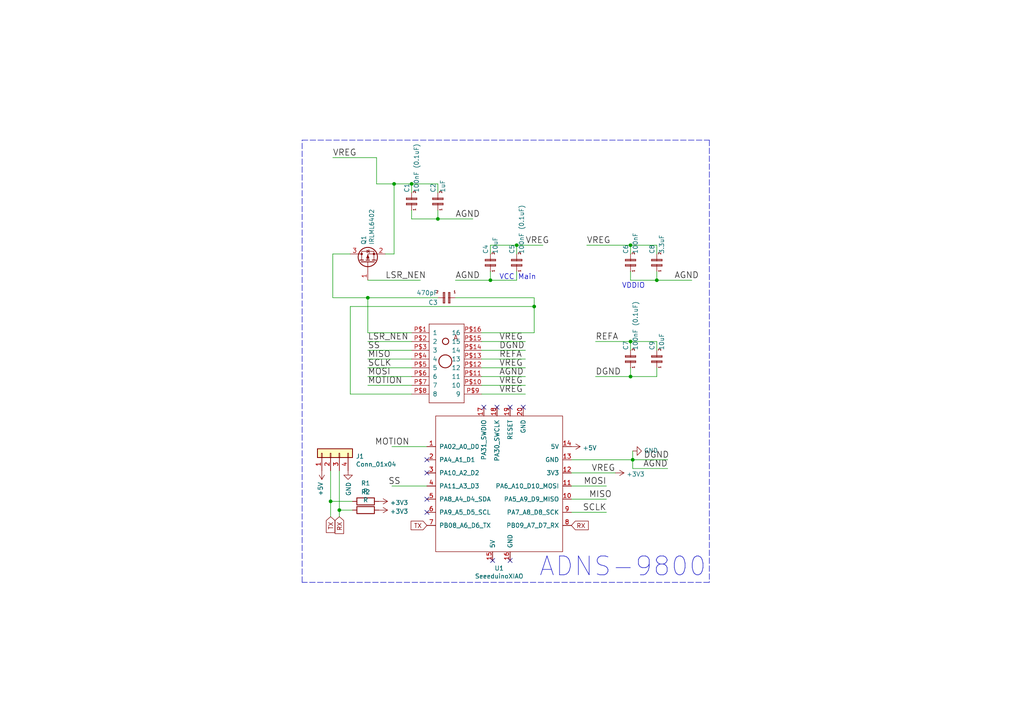
<source format=kicad_sch>
(kicad_sch (version 20211123) (generator eeschema)
  (paper "A4")
  (lib_symbols
    (symbol "ADNS-9800-eagle-import:AVAGO_ADNS-9500" (pin_names (offset 1.016))
      (symbol "AVAGO_ADNS-9500_1_0"
        (polyline (pts (xy -2.54 0) (xy -2.54 10.16)))
        (polyline (pts (xy -2.54 10.16) (xy 20.32 10.16)))
        (polyline (pts (xy 20.32 0) (xy -2.54 0)))
        (polyline (pts (xy 20.32 10.16) (xy 20.32 0)))
        (circle (center 2.4892 4.7752) (radius 0.9144) (stroke (width 0.254)))
        (circle (center 8.2804 4.699) (radius 1.8796) (stroke (width 0.254)))
        (text "A" (at 2.286 6.985 900) (effects (font (size 1.4986 1.4986)) (justify left bottom)))
        (pin bidirectional line (at 0 -5.08 90) (length 5.08) (name "1") (number "P$1"))
        (pin bidirectional line (at 15.24 15.24 270) (length 5.08) (name "10") (number "P$10"))
        (pin bidirectional line (at 12.7 15.24 270) (length 5.08) (name "11") (number "P$11"))
        (pin bidirectional line (at 10.16 15.24 270) (length 5.08) (name "12") (number "P$12"))
        (pin bidirectional line (at 7.62 15.24 270) (length 5.08) (name "13") (number "P$13"))
        (pin bidirectional line (at 5.08 15.24 270) (length 5.08) (name "14") (number "P$14"))
        (pin bidirectional line (at 2.54 15.24 270) (length 5.08) (name "15") (number "P$15"))
        (pin bidirectional line (at 0 15.24 270) (length 5.08) (name "16") (number "P$16"))
        (pin bidirectional line (at 2.54 -5.08 90) (length 5.08) (name "2") (number "P$2"))
        (pin bidirectional line (at 5.08 -5.08 90) (length 5.08) (name "3") (number "P$3"))
        (pin bidirectional line (at 7.62 -5.08 90) (length 5.08) (name "4") (number "P$4"))
        (pin bidirectional line (at 10.16 -5.08 90) (length 5.08) (name "5") (number "P$5"))
        (pin bidirectional line (at 12.7 -5.08 90) (length 5.08) (name "6") (number "P$6"))
        (pin bidirectional line (at 15.24 -5.08 90) (length 5.08) (name "7") (number "P$7"))
        (pin bidirectional line (at 17.78 -5.08 90) (length 5.08) (name "8") (number "P$8"))
        (pin bidirectional line (at 17.78 15.24 270) (length 5.08) (name "9") (number "P$9"))
      )
    )
    (symbol "ADNS-9800-eagle-import:C0603" (pin_names (offset 1.016))
      (property "Reference" "C" (at 2.54 0.635 0))
      (property "Value" "C0603" (at 2.54 -2.159 0))
      (symbol "C0603_1_0"
        (polyline (pts (xy -2.54 0) (xy -0.508 0)))
        (polyline (pts (xy -1.016 -1.524) (xy -0.762 -1.524)))
        (polyline (pts (xy -1.016 1.524) (xy -1.016 -1.524)))
        (polyline (pts (xy -0.762 -1.524) (xy -0.762 1.524)))
        (polyline (pts (xy -0.762 -1.524) (xy -0.508 -1.524)))
        (polyline (pts (xy -0.762 1.524) (xy -1.016 1.524)))
        (polyline (pts (xy -0.508 1.524) (xy -0.762 1.524)))
        (polyline (pts (xy -0.508 1.524) (xy -0.508 -1.524)))
        (polyline (pts (xy 0.508 -1.524) (xy 0.762 -1.524)))
        (polyline (pts (xy 0.508 0) (xy 0.508 -1.524)))
        (polyline (pts (xy 0.508 1.524) (xy 0.508 0)))
        (polyline (pts (xy 0.762 -1.524) (xy 1.016 -1.524)))
        (polyline (pts (xy 0.762 1.524) (xy 0.508 1.524)))
        (polyline (pts (xy 0.762 1.524) (xy 0.762 -1.524)))
        (polyline (pts (xy 1.016 -1.524) (xy 1.016 1.524)))
        (polyline (pts (xy 1.016 1.524) (xy 0.762 1.524)))
        (polyline (pts (xy 2.54 0) (xy 0.508 0)))
        (text "1" (at -2.794 -1.27 0) (effects (font (size 0.7112 0.7112)) (justify left bottom)))
        (text "2" (at 2.286 -1.27 0) (effects (font (size 0.7112 0.7112)) (justify left bottom)))
        (pin passive line (at -2.54 0 0) (length 0) (name "1") (number "1"))
        (pin passive line (at 2.54 0 180) (length 0) (name "2") (number "2"))
      )
    )
    (symbol "Connector_Generic:Conn_01x04" (pin_names (offset 1.016) hide)
      (property "Reference" "J" (at 0 5.08 0))
      (property "Value" "Conn_01x04" (at 0 -7.62 0))
      (symbol "Conn_01x04_1_1"
        (rectangle (start -1.27 -4.953) (end 0 -5.207) (stroke (width 0.1524)))
        (rectangle (start -1.27 -2.413) (end 0 -2.667) (stroke (width 0.1524)))
        (rectangle (start -1.27 0.127) (end 0 -0.127) (stroke (width 0.1524)))
        (rectangle (start -1.27 2.667) (end 0 2.413) (stroke (width 0.1524)))
        (rectangle (start -1.27 3.81) (end 1.27 -6.35) (stroke (width 0.254)) (fill (type background)))
        (pin passive line (at -5.08 2.54 0) (length 3.81) (name "Pin_1") (number "1"))
        (pin passive line (at -5.08 0 0) (length 3.81) (name "Pin_2") (number "2"))
        (pin passive line (at -5.08 -2.54 0) (length 3.81) (name "Pin_3") (number "3"))
        (pin passive line (at -5.08 -5.08 0) (length 3.81) (name "Pin_4") (number "4"))
      )
    )
    (symbol "Device:R" (pin_numbers hide) (pin_names (offset 0))
      (property "Reference" "R" (at 2.032 0 90))
      (property "Value" "R" (at 0 0 90))
      (symbol "R_0_1"
        (rectangle (start -1.016 -2.54) (end 1.016 2.54) (stroke (width 0.254)))
      )
      (symbol "R_1_1"
        (pin passive line (at 0 3.81 270) (length 1.27) (name "~") (number "1"))
        (pin passive line (at 0 -3.81 90) (length 1.27) (name "~") (number "2"))
      )
    )
    (symbol "Seeeduino_XIAO:SeeeduinoXIAO" (pin_names (offset 1.016))
      (property "Reference" "U" (at -19.05 22.86 0))
      (property "Value" "SeeeduinoXIAO" (at -12.7 21.59 0))
      (symbol "SeeeduinoXIAO_0_1"
        (rectangle (start -19.05 20.32) (end 17.78 -19.05))
      )
      (symbol "SeeeduinoXIAO_1_1"
        (pin unspecified line (at -21.59 11.43 0) (length 2.54) (name "PA02_A0_D0") (number "1"))
        (pin unspecified line (at 20.32 -3.81 180) (length 2.54) (name "PA5_A9_D9_MISO") (number "10"))
        (pin unspecified line (at 20.32 0 180) (length 2.54) (name "PA6_A10_D10_MOSI") (number "11"))
        (pin unspecified line (at 20.32 3.81 180) (length 2.54) (name "3V3") (number "12"))
        (pin unspecified line (at 20.32 7.62 180) (length 2.54) (name "GND") (number "13"))
        (pin unspecified line (at 20.32 11.43 180) (length 2.54) (name "5V") (number "14"))
        (pin input line (at -2.54 -21.59 90) (length 2.54) (name "5V") (number "15"))
        (pin input line (at 2.54 -21.59 90) (length 2.54) (name "GND") (number "16"))
        (pin input line (at -5.08 22.86 270) (length 2.54) (name "PA31_SWDIO") (number "17"))
        (pin input line (at -1.27 22.86 270) (length 2.54) (name "PA30_SWCLK") (number "18"))
        (pin input line (at 2.54 22.86 270) (length 2.54) (name "RESET") (number "19"))
        (pin unspecified line (at -21.59 7.62 0) (length 2.54) (name "PA4_A1_D1") (number "2"))
        (pin input line (at 6.35 22.86 270) (length 2.54) (name "GND") (number "20"))
        (pin unspecified line (at -21.59 3.81 0) (length 2.54) (name "PA10_A2_D2") (number "3"))
        (pin unspecified line (at -21.59 0 0) (length 2.54) (name "PA11_A3_D3") (number "4"))
        (pin unspecified line (at -21.59 -3.81 0) (length 2.54) (name "PA8_A4_D4_SDA") (number "5"))
        (pin unspecified line (at -21.59 -7.62 0) (length 2.54) (name "PA9_A5_D5_SCL") (number "6"))
        (pin unspecified line (at -21.59 -11.43 0) (length 2.54) (name "PB08_A6_D6_TX") (number "7"))
        (pin unspecified line (at 20.32 -11.43 180) (length 2.54) (name "PB09_A7_D7_RX") (number "8"))
        (pin unspecified line (at 20.32 -7.62 180) (length 2.54) (name "PA7_A8_D8_SCK") (number "9"))
      )
    )
    (symbol "Transistor_FET:IRLML6402" (pin_names hide)
      (property "Reference" "Q" (at 5.08 1.905 0))
      (property "Value" "IRLML6402" (at 5.08 0 0))
      (symbol "IRLML6402_0_1"
        (polyline (pts (xy 0.254 0) (xy -2.54 0)))
        (polyline (pts (xy 0.254 1.905) (xy 0.254 -1.905)) (stroke (width 0.254)))
        (polyline (pts (xy 0.762 -1.27) (xy 0.762 -2.286)) (stroke (width 0.254)))
        (polyline (pts (xy 0.762 0.508) (xy 0.762 -0.508)) (stroke (width 0.254)))
        (polyline (pts (xy 0.762 2.286) (xy 0.762 1.27)) (stroke (width 0.254)))
        (polyline (pts (xy 2.54 2.54) (xy 2.54 1.778)))
        (polyline (pts (xy 2.54 -2.54) (xy 2.54 0) (xy 0.762 0)))
        (polyline (pts (xy 0.762 1.778) (xy 3.302 1.778) (xy 3.302 -1.778) (xy 0.762 -1.778)))
        (polyline (pts (xy 2.286 0) (xy 1.27 0.381) (xy 1.27 -0.381) (xy 2.286 0)) (fill (type outline)))
        (polyline (pts (xy 2.794 -0.508) (xy 2.921 -0.381) (xy 3.683 -0.381) (xy 3.81 -0.254)))
        (polyline (pts (xy 3.302 -0.381) (xy 2.921 0.254) (xy 3.683 0.254) (xy 3.302 -0.381)))
        (circle (center 1.651 0) (radius 2.794) (stroke (width 0.254)))
        (circle (center 2.54 -1.778) (radius 0.254) (fill (type outline)))
        (circle (center 2.54 1.778) (radius 0.254) (fill (type outline)))
      )
      (symbol "IRLML6402_1_1"
        (pin input line (at -5.08 0 0) (length 2.54) (name "G") (number "1"))
        (pin passive line (at 2.54 -5.08 90) (length 2.54) (name "S") (number "2"))
        (pin passive line (at 2.54 5.08 270) (length 2.54) (name "D") (number "3"))
      )
    )
    (symbol "power:+3.3V" (power) (pin_names (offset 0))
      (property "Value" "+3.3V" (at 0 3.556 0))
      (symbol "+3.3V_0_1"
        (polyline (pts (xy -0.762 1.27) (xy 0 2.54)))
        (polyline (pts (xy 0 0) (xy 0 2.54)))
        (polyline (pts (xy 0 2.54) (xy 0.762 1.27)))
      )
      (symbol "+3.3V_1_1"
        (pin power_in line (at 0 0 90) (length 0) hide (name "+3V3") (number "1"))
      )
    )
    (symbol "power:+5V" (power) (pin_names (offset 0))
      (property "Value" "+5V" (at 0 3.556 0))
      (symbol "+5V_0_1"
        (polyline (pts (xy -0.762 1.27) (xy 0 2.54)))
        (polyline (pts (xy 0 0) (xy 0 2.54)))
        (polyline (pts (xy 0 2.54) (xy 0.762 1.27)))
      )
      (symbol "+5V_1_1"
        (pin power_in line (at 0 0 90) (length 0) hide (name "+5V") (number "1"))
      )
    )
    (symbol "power:GND" (power) (pin_names (offset 0))
      (property "Value" "GND" (at 0 -3.81 0))
      (symbol "GND_0_1"
        (polyline (pts (xy 0 0) (xy 0 -1.27) (xy 1.27 -1.27) (xy 0 -2.54) (xy -1.27 -1.27) (xy 0 -1.27)))
      )
      (symbol "GND_1_1"
        (pin power_in line (at 0 0 270) (length 0) hide (name "GND") (number "1"))
      )
    )
  )
  (junction (at 127 63.5))
  (junction (at 182.88 71.12))
  (junction (at 119.38 53.34))
  (junction (at 106.68 86.36))
  (junction (at 114.3 53.34))
  (junction (at 182.88 109.22))
  (junction (at 183.515 133.35))
  (junction (at 182.88 99.06))
  (junction (at 142.24 81.28))
  (junction (at 190.5 81.28))
  (junction (at 154.94 88.9))
  (junction (at 98.425 147.955))
  (junction (at 95.885 145.415))
  (junction (at 149.86 71.12))
  (no_connect (at 123.825 144.78))
  (no_connect (at 140.335 118.11))
  (no_connect (at 147.955 162.56))
  (no_connect (at 142.875 162.56))
  (no_connect (at 123.825 137.16))
  (no_connect (at 123.825 133.35))
  (no_connect (at 147.955 118.11))
  (no_connect (at 151.765 118.11))
  (no_connect (at 123.825 148.59))
  (no_connect (at 144.145 118.11))
  (wire (pts (xy 182.88 99.06) (xy 172.72 99.06)))
  (wire (pts (xy 119.38 53.34) (xy 114.3 53.34)))
  (wire (pts (xy 165.735 140.97) (xy 175.895 140.97)))
  (wire (pts (xy 182.88 71.12) (xy 170.18 71.12)))
  (wire (pts (xy 111.76 73.66) (xy 114.3 73.66)))
  (wire (pts (xy 142.24 78.74) (xy 142.24 81.28)))
  (wire (pts (xy 96.52 86.36) (xy 96.52 73.66)))
  (wire (pts (xy 142.24 71.12) (xy 149.86 71.12)))
  (wire (pts (xy 127 86.36) (xy 106.68 86.36)))
  (wire (pts (xy 139.7 109.22) (xy 152.4 109.22)))
  (wire (pts (xy 182.88 73.66) (xy 182.88 71.12)))
  (wire (pts (xy 139.7 101.6) (xy 152.4 101.6)))
  (wire (pts (xy 154.94 96.52) (xy 154.94 88.9)))
  (polyline (pts (xy 205.74 40.64) (xy 205.74 168.91)))
  (wire (pts (xy 98.425 149.86) (xy 98.425 147.955)))
  (wire (pts (xy 102.235 147.955) (xy 98.425 147.955)))
  (wire (pts (xy 119.38 109.22) (xy 106.68 109.22)))
  (wire (pts (xy 119.38 60.96) (xy 119.38 63.5)))
  (wire (pts (xy 190.5 81.28) (xy 200.66 81.28)))
  (wire (pts (xy 139.7 96.52) (xy 154.94 96.52)))
  (wire (pts (xy 119.38 104.14) (xy 106.68 104.14)))
  (wire (pts (xy 154.94 88.9) (xy 154.94 86.36)))
  (wire (pts (xy 119.38 96.52) (xy 106.68 96.52)))
  (wire (pts (xy 183.515 135.89) (xy 193.675 135.89)))
  (wire (pts (xy 101.6 114.3) (xy 119.38 114.3)))
  (wire (pts (xy 106.68 81.28) (xy 121.92 81.28)))
  (wire (pts (xy 165.735 148.59) (xy 175.895 148.59)))
  (wire (pts (xy 127 63.5) (xy 137.16 63.5)))
  (polyline (pts (xy 87.63 40.64) (xy 205.74 40.64)))
  (wire (pts (xy 139.7 104.14) (xy 152.4 104.14)))
  (wire (pts (xy 183.515 133.35) (xy 183.515 130.81)))
  (wire (pts (xy 190.5 73.66) (xy 190.5 71.12)))
  (wire (pts (xy 182.88 81.28) (xy 190.5 81.28)))
  (wire (pts (xy 154.94 88.9) (xy 101.6 88.9)))
  (wire (pts (xy 119.38 101.6) (xy 106.68 101.6)))
  (polyline (pts (xy 205.74 168.91) (xy 87.63 168.91)))
  (wire (pts (xy 154.94 86.36) (xy 132.08 86.36)))
  (wire (pts (xy 119.38 111.76) (xy 106.68 111.76)))
  (wire (pts (xy 114.3 53.34) (xy 109.22 53.34)))
  (wire (pts (xy 119.38 63.5) (xy 127 63.5)))
  (wire (pts (xy 106.68 86.36) (xy 96.52 86.36)))
  (wire (pts (xy 106.68 96.52) (xy 106.68 86.36)))
  (wire (pts (xy 127 60.96) (xy 127 63.5)))
  (wire (pts (xy 149.86 73.66) (xy 149.86 71.12)))
  (wire (pts (xy 139.7 106.68) (xy 152.4 106.68)))
  (wire (pts (xy 101.6 88.9) (xy 101.6 114.3)))
  (wire (pts (xy 190.5 71.12) (xy 182.88 71.12)))
  (wire (pts (xy 190.5 101.6) (xy 190.5 99.06)))
  (wire (pts (xy 96.52 73.66) (xy 101.6 73.66)))
  (wire (pts (xy 123.825 129.54) (xy 113.665 129.54)))
  (wire (pts (xy 95.885 149.86) (xy 95.885 145.415)))
  (wire (pts (xy 142.24 81.28) (xy 132.08 81.28)))
  (wire (pts (xy 114.3 73.66) (xy 114.3 53.34)))
  (wire (pts (xy 149.86 81.28) (xy 142.24 81.28)))
  (wire (pts (xy 183.515 135.89) (xy 183.515 133.35)))
  (wire (pts (xy 190.5 109.22) (xy 182.88 109.22)))
  (wire (pts (xy 119.38 106.68) (xy 106.68 106.68)))
  (wire (pts (xy 182.88 106.68) (xy 182.88 109.22)))
  (wire (pts (xy 139.7 114.3) (xy 152.4 114.3)))
  (wire (pts (xy 142.24 73.66) (xy 142.24 71.12)))
  (wire (pts (xy 183.515 133.35) (xy 193.675 133.35)))
  (wire (pts (xy 127 55.88) (xy 127 53.34)))
  (wire (pts (xy 190.5 78.74) (xy 190.5 81.28)))
  (wire (pts (xy 190.5 99.06) (xy 182.88 99.06)))
  (wire (pts (xy 149.86 78.74) (xy 149.86 81.28)))
  (polyline (pts (xy 87.63 168.91) (xy 87.63 40.64)))
  (wire (pts (xy 182.88 78.74) (xy 182.88 81.28)))
  (wire (pts (xy 182.88 109.22) (xy 172.72 109.22)))
  (wire (pts (xy 182.88 101.6) (xy 182.88 99.06)))
  (wire (pts (xy 127 53.34) (xy 119.38 53.34)))
  (wire (pts (xy 119.38 55.88) (xy 119.38 53.34)))
  (wire (pts (xy 95.885 136.525) (xy 95.885 145.415)))
  (wire (pts (xy 165.735 133.35) (xy 183.515 133.35)))
  (wire (pts (xy 119.38 99.06) (xy 106.68 99.06)))
  (wire (pts (xy 102.235 145.415) (xy 95.885 145.415)))
  (wire (pts (xy 139.7 99.06) (xy 152.4 99.06)))
  (wire (pts (xy 109.22 45.72) (xy 96.52 45.72)))
  (wire (pts (xy 165.735 137.16) (xy 178.435 137.16)))
  (wire (pts (xy 139.7 111.76) (xy 152.4 111.76)))
  (wire (pts (xy 123.825 140.97) (xy 113.665 140.97)))
  (wire (pts (xy 109.22 53.34) (xy 109.22 45.72)))
  (wire (pts (xy 98.425 136.525) (xy 98.425 147.955)))
  (wire (pts (xy 190.5 106.68) (xy 190.5 109.22)))
  (wire (pts (xy 165.735 144.78) (xy 175.895 144.78)))
  (wire (pts (xy 149.86 71.12) (xy 157.48 71.12)))
  (text "VCC Main" (at 144.78 81.28 0) (effects (font (size 1.4986 1.4986)) (justify left bottom)))
  (text "ADNS-9800" (at 156.21 167.64 0) (effects (font (size 5.461 5.461)) (justify left bottom)))
  (text "VDDIO" (at 180.34 83.82 0) (effects (font (size 1.4986 1.4986)) (justify left bottom)))
  (label "DGND" (at 144.78 101.6 0) (effects (font (size 1.778 1.778))))
  (label "MISO" (at 170.815 144.78 0) (effects (font (size 1.778 1.778))))
  (label "DGND" (at 186.69 133.35 0) (effects (font (size 1.778 1.778))))
  (label "MOTION" (at 106.68 111.76 0) (effects (font (size 1.778 1.778))))
  (label "REFA" (at 172.72 99.06 0) (effects (font (size 1.778 1.778))))
  (label "VREG" (at 96.52 45.72 0) (effects (font (size 1.778 1.778))))
  (label "SCLK" (at 106.68 106.68 0) (effects (font (size 1.778 1.778))))
  (label "REFA" (at 144.78 104.14 0) (effects (font (size 1.778 1.778))))
  (label "VREG" (at 170.18 71.12 0) (effects (font (size 1.778 1.778))))
  (label "AGND" (at 144.78 109.22 0) (effects (font (size 1.778 1.778))))
  (label "VREG" (at 144.78 106.68 0) (effects (font (size 1.778 1.778))))
  (label "AGND" (at 132.08 63.5 0) (effects (font (size 1.778 1.778))))
  (label "AGND" (at 195.58 81.28 0) (effects (font (size 1.778 1.778))))
  (label "SS" (at 116.205 140.97 180) (effects (font (size 1.778 1.778))))
  (label "SS" (at 106.68 101.6 0) (effects (font (size 1.778 1.778))))
  (label "MOSI" (at 106.68 109.22 0) (effects (font (size 1.778 1.778))))
  (label "MOSI" (at 175.895 140.97 180) (effects (font (size 1.778 1.778))))
  (label "SCLK" (at 175.895 148.59 180) (effects (font (size 1.778 1.778))))
  (label "DGND" (at 172.72 109.22 0) (effects (font (size 1.778 1.778))))
  (label "VREG" (at 178.435 137.16 180) (effects (font (size 1.778 1.778))))
  (label "AGND" (at 193.675 135.89 180) (effects (font (size 1.778 1.778))))
  (label "VREG" (at 144.78 99.06 0) (effects (font (size 1.778 1.778))))
  (label "VREG" (at 152.4 71.12 0) (effects (font (size 1.778 1.778))))
  (label "VREG" (at 144.78 111.76 0) (effects (font (size 1.778 1.778))))
  (label "LSR_NEN" (at 111.76 81.28 0) (effects (font (size 1.778 1.778))))
  (label "VREG" (at 144.78 114.3 0) (effects (font (size 1.778 1.778))))
  (label "AGND" (at 132.08 81.28 0) (effects (font (size 1.778 1.778))))
  (label "MISO" (at 106.68 104.14 0) (effects (font (size 1.778 1.778))))
  (label "LSR_NEN" (at 106.68 99.06 0) (effects (font (size 1.778 1.778))))
  (label "MOTION" (at 118.745 129.54 180) (effects (font (size 1.778 1.778))))
  (global_label "TX" (shape input) (at 95.885 149.86 270) (property "Intersheet References" "${INTERSHEET_REFS}" (effects hide)))
  (global_label "RX" (shape input) (at 98.425 149.86 270) (property "Intersheet References" "${INTERSHEET_REFS}" (effects hide)))
  (global_label "RX" (shape input) (at 165.735 152.4 0) (property "Intersheet References" "${INTERSHEET_REFS}" (effects hide)))
  (global_label "TX" (shape input) (at 123.825 152.4 180) (property "Intersheet References" "${INTERSHEET_REFS}" (effects hide)))
  (symbol (lib_id "ADNS-9800-eagle-import:C0603") (at 149.86 76.2 90) (unit 1)
    (property "Reference" "C5" (at 149.225 73.66 0) (effects (font (size 1.2954 1.2954)) (justify left bottom)))
    (property "Value" "100nF (0.1uF)" (at 152.019 73.66 0) (effects (font (size 1.2954 1.2954)) (justify left bottom)))
    (property "Footprint" "Capacitor_SMD:C_0603_1608Metric_Pad1.08x0.95mm_HandSolder" (effects hide))
  )
  (symbol (lib_id "ADNS-9800-eagle-import:C0603") (at 190.5 104.14 90) (unit 1)
    (property "Reference" "C9" (at 189.865 101.6 0) (effects (font (size 1.2954 1.2954)) (justify left bottom)))
    (property "Value" "10uF" (at 192.659 101.6 0) (effects (font (size 1.2954 1.2954)) (justify left bottom)))
    (property "Footprint" "Capacitor_SMD:C_0603_1608Metric_Pad1.08x0.95mm_HandSolder" (effects hide))
  )
  (symbol (lib_id "Seeeduino_XIAO:SeeeduinoXIAO") (at 145.415 140.97 0) (unit 1)
    (property "Reference" "U1" (at 144.78 164.8206 0))
    (property "Value" "SeeeduinoXIAO" (at 144.78 167.132 0))
    (property "Footprint" "Library:Seeeduino XIAO-MOUDLE14P-2.54-21X17.8MM" (effects hide))
  )
  (symbol (lib_id "power:GND") (at 183.515 130.81 90) (unit 1)
    (property "Reference" "#PWR06" (effects hide))
    (property "Value" "GND" (at 186.7662 130.683 90) (effects (justify right)))
  )
  (symbol (lib_id "power:+5V") (at 165.735 129.54 270) (unit 1)
    (property "Reference" "#PWR05" (effects hide))
    (property "Value" "+5V" (at 168.9862 129.921 90) (effects (justify left)))
  )
  (symbol (lib_id "Connector_Generic:Conn_01x04") (at 95.885 131.445 90) (unit 1)
    (property "Reference" "J1" (at 103.2002 132.3594 90) (effects (justify right)))
    (property "Value" "Conn_01x04" (at 103.2002 134.6708 90) (effects (justify right)))
    (property "Footprint" "Connector_JST:JST_XH_S4B-XH-A_1x04_P2.50mm_Horizontal" (effects hide))
  )
  (symbol (lib_id "power:+5V") (at 93.345 136.525 180) (unit 1)
    (property "Reference" "#PWR01" (effects hide))
    (property "Value" "+5V" (at 92.964 139.7762 90) (effects (justify left)))
  )
  (symbol (lib_id "power:GND") (at 100.965 136.525 0) (unit 1)
    (property "Reference" "#PWR02" (effects hide))
    (property "Value" "GND" (at 101.092 139.7762 90) (effects (justify right)))
  )
  (symbol (lib_id "Device:R") (at 106.045 147.955 270) (unit 1)
    (property "Reference" "R2" (at 106.045 142.6972 90))
    (property "Value" "R" (at 106.045 145.0086 90))
    (property "Footprint" "Resistor_SMD:R_0603_1608Metric_Pad0.98x0.95mm_HandSolder" (effects hide))
  )
  (symbol (lib_id "Device:R") (at 106.045 145.415 270) (unit 1)
    (property "Reference" "R1" (at 106.045 140.1572 90))
    (property "Value" "R" (at 106.045 142.4686 90))
    (property "Footprint" "Resistor_SMD:R_0603_1608Metric_Pad0.98x0.95mm_HandSolder" (effects hide))
  )
  (symbol (lib_id "Transistor_FET:IRLML6402") (at 106.68 76.2 90) (unit 1)
    (property "Reference" "Q1" (at 105.5116 71.0184 0) (effects (justify left)))
    (property "Value" "IRLML6402" (at 107.823 71.0184 0) (effects (justify left)))
    (property "Footprint" "Package_TO_SOT_SMD:SOT-23" (effects hide))
    (property "Datasheet" "https://www.infineon.com/dgdl/irlml6402pbf.pdf?fileId=5546d462533600a401535668d5c2263c" (effects hide))
  )
  (symbol (lib_id "power:+3.3V") (at 178.435 137.16 270) (unit 1)
    (property "Reference" "#PWR?" (effects hide))
    (property "Value" "+3.3V" (at 181.6862 137.541 90) (effects (justify left)))
  )
  (symbol (lib_id "power:+3.3V") (at 109.855 145.415 270) (unit 1)
    (property "Reference" "#PWR?" (effects hide))
    (property "Value" "+3.3V" (at 113.1062 145.796 90) (effects (justify left)))
  )
  (symbol (lib_id "power:+3.3V") (at 109.855 147.955 270) (unit 1)
    (property "Reference" "#PWR?" (effects hide))
    (property "Value" "+3.3V" (at 113.1062 148.336 90) (effects (justify left)))
  )
  (symbol (lib_id "ADNS-9800-eagle-import:C0603") (at 119.38 58.42 90) (unit 1)
    (property "Reference" "C1" (at 118.745 55.88 0) (effects (font (size 1.2954 1.2954)) (justify left bottom)))
    (property "Value" "100nF (0.1uF)" (at 121.539 55.88 0) (effects (font (size 1.2954 1.2954)) (justify left bottom)))
    (property "Footprint" "Capacitor_SMD:C_0603_1608Metric_Pad1.08x0.95mm_HandSolder" (effects hide))
  )
  (symbol (lib_id "ADNS-9800-eagle-import:AVAGO_ADNS-9500") (at 124.46 96.52 270) (unit 1)
    (property "Reference" "U$1" (effects hide))
    (property "Value" "AVAGO_ADNS-9500" (effects hide))
    (property "Footprint" "ADNS-9800:AVAGO_ADNS-9500" (effects hide))
  )
  (symbol (lib_id "ADNS-9800-eagle-import:C0603") (at 182.88 104.14 90) (unit 1)
    (property "Reference" "C7" (at 182.245 101.6 0) (effects (font (size 1.2954 1.2954)) (justify left bottom)))
    (property "Value" "100nF (0.1uF)" (at 185.039 101.6 0) (effects (font (size 1.2954 1.2954)) (justify left bottom)))
    (property "Footprint" "Capacitor_SMD:C_0603_1608Metric_Pad1.08x0.95mm_HandSolder" (effects hide))
  )
  (symbol (lib_id "ADNS-9800-eagle-import:C0603") (at 129.54 86.36 180) (unit 1)
    (property "Reference" "C3" (at 127 86.995 0) (effects (font (size 1.2954 1.2954)) (justify left bottom)))
    (property "Value" "470pF" (at 127 84.201 0) (effects (font (size 1.2954 1.2954)) (justify left bottom)))
    (property "Footprint" "Capacitor_SMD:C_0603_1608Metric_Pad1.08x0.95mm_HandSolder" (effects hide))
  )
  (symbol (lib_id "ADNS-9800-eagle-import:C0603") (at 182.88 76.2 90) (unit 1)
    (property "Reference" "C6" (at 182.245 73.66 0) (effects (font (size 1.2954 1.2954)) (justify left bottom)))
    (property "Value" "100nF" (at 185.039 73.66 0) (effects (font (size 1.2954 1.2954)) (justify left bottom)))
    (property "Footprint" "Capacitor_SMD:C_0603_1608Metric_Pad1.08x0.95mm_HandSolder" (effects hide))
  )
  (symbol (lib_id "ADNS-9800-eagle-import:C0603") (at 127 58.42 90) (unit 1)
    (property "Reference" "C2" (at 126.365 55.88 0) (effects (font (size 1.2954 1.2954)) (justify left bottom)))
    (property "Value" "1uF" (at 129.159 55.88 0) (effects (font (size 1.2954 1.2954)) (justify left bottom)))
    (property "Footprint" "Capacitor_SMD:C_0603_1608Metric_Pad1.08x0.95mm_HandSolder" (effects hide))
  )
  (symbol (lib_id "ADNS-9800-eagle-import:C0603") (at 142.24 76.2 90) (unit 1)
    (property "Reference" "C4" (at 141.605 73.66 0) (effects (font (size 1.2954 1.2954)) (justify left bottom)))
    (property "Value" "10uF" (at 144.399 73.66 0) (effects (font (size 1.2954 1.2954)) (justify left bottom)))
    (property "Footprint" "Capacitor_SMD:C_0603_1608Metric_Pad1.08x0.95mm_HandSolder" (effects hide))
  )
  (symbol (lib_id "ADNS-9800-eagle-import:C0603") (at 190.5 76.2 90) (unit 1)
    (property "Reference" "C8" (at 189.865 73.66 0) (effects (font (size 1.2954 1.2954)) (justify left bottom)))
    (property "Value" "3.3uF" (at 192.659 73.66 0) (effects (font (size 1.2954 1.2954)) (justify left bottom)))
    (property "Footprint" "Capacitor_SMD:C_0603_1608Metric_Pad1.08x0.95mm_HandSolder" (effects hide))
  )
)
</source>
